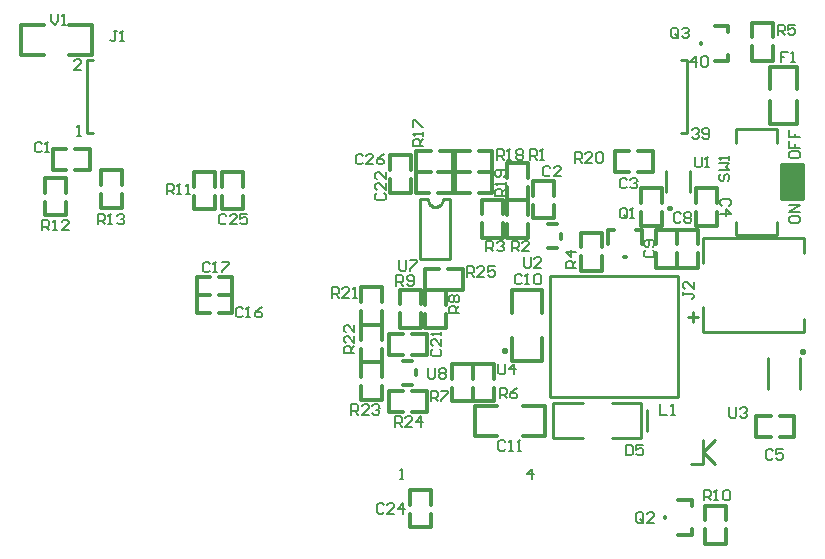
<source format=gto>
*%FSLAX23Y23*%
*%MOIN*%
G01*
%ADD11C,0.000*%
%ADD12C,0.001*%
%ADD13C,0.002*%
%ADD14C,0.006*%
%ADD15C,0.007*%
%ADD16C,0.007*%
%ADD17C,0.008*%
%ADD18C,0.010*%
%ADD19C,0.012*%
%ADD20C,0.015*%
%ADD21C,0.018*%
%ADD22C,0.022*%
%ADD23C,0.024*%
%ADD24C,0.025*%
%ADD25C,0.029*%
%ADD26C,0.031*%
%ADD27C,0.031*%
%ADD28C,0.035*%
%ADD29C,0.035*%
%ADD30C,0.039*%
%ADD31C,0.039*%
%ADD32C,0.046*%
%ADD33C,0.047*%
%ADD34C,0.050*%
%ADD35C,0.051*%
%ADD36C,0.051*%
%ADD37C,0.054*%
%ADD38C,0.055*%
%ADD39C,0.058*%
%ADD40C,0.059*%
%ADD41C,0.059*%
%ADD42C,0.062*%
%ADD43C,0.067*%
%ADD44C,0.070*%
%ADD45C,0.074*%
%ADD46C,0.100*%
%ADD47C,0.108*%
%ADD48C,0.108*%
%ADD49C,0.120*%
%ADD50C,0.128*%
%ADD51C,0.128*%
%ADD52C,0.190*%
%ADD53C,0.194*%
%ADD54C,0.236*%
%ADD55C,0.240*%
%ADD56R,0.011X0.030*%
%ADD57R,0.012X0.030*%
%ADD58R,0.012X0.057*%
%ADD59R,0.014X0.033*%
%ADD60R,0.015X0.034*%
%ADD61R,0.016X0.034*%
%ADD62R,0.016X0.061*%
%ADD63R,0.018X0.037*%
%ADD64R,0.020X0.025*%
%ADD65R,0.021X0.021*%
%ADD66R,0.024X0.029*%
%ADD67R,0.025X0.020*%
%ADD68R,0.029X0.024*%
%ADD69R,0.030X0.011*%
%ADD70R,0.030X0.030*%
%ADD71R,0.031X0.031*%
%ADD72R,0.033X0.014*%
%ADD73R,0.034X0.015*%
%ADD74R,0.034X0.034*%
%ADD75R,0.035X0.035*%
%ADD76R,0.037X0.014*%
%ADD77R,0.037X0.018*%
%ADD78R,0.039X0.055*%
%ADD79R,0.039X0.014*%
%ADD80R,0.040X0.083*%
%ADD81R,0.041X0.018*%
%ADD82R,0.043X0.059*%
%ADD83R,0.043X0.018*%
%ADD84R,0.044X0.087*%
%ADD85R,0.047X0.055*%
%ADD86R,0.050X0.060*%
%ADD87R,0.051X0.071*%
%ADD88R,0.051X0.059*%
%ADD89R,0.054X0.064*%
%ADD90R,0.055X0.039*%
%ADD91R,0.055X0.075*%
%ADD92R,0.057X0.067*%
%ADD93R,0.059X0.043*%
%ADD94R,0.060X0.060*%
%ADD95R,0.061X0.024*%
%ADD96R,0.061X0.051*%
%ADD97R,0.061X0.071*%
%ADD98R,0.063X0.039*%
%ADD99R,0.063X0.126*%
%ADD100R,0.064X0.064*%
%ADD101R,0.065X0.028*%
%ADD102R,0.065X0.055*%
%ADD103R,0.067X0.043*%
%ADD104R,0.067X0.130*%
%ADD105R,0.085X0.030*%
%ADD106R,0.089X0.034*%
%ADD107R,0.094X0.030*%
%ADD108R,0.098X0.070*%
%ADD109R,0.098X0.034*%
%ADD110R,0.102X0.074*%
%ADD111R,0.104X0.104*%
%ADD112R,0.108X0.108*%
%ADD113R,0.134X0.059*%
%ADD114R,0.138X0.039*%
%ADD115R,0.138X0.063*%
%ADD116R,0.142X0.043*%
%ADD117R,0.169X0.169*%
%ADD118R,0.173X0.173*%
%ADD119R,0.250X0.250*%
D14*
X10863Y8638D02*
Y8673D01*
X10846Y8655D01*
X10869D01*
X10881Y8667D02*
X10887Y8673D01*
X10898D01*
X10904Y8667D01*
Y8644D01*
X10898Y8638D01*
X10887D01*
X10881Y8644D01*
Y8667D01*
X10857Y8433D02*
X10851Y8427D01*
X10857Y8433D02*
X10868D01*
X10874Y8427D01*
Y8421D01*
X10875D01*
X10874D02*
X10875D01*
X10874D02*
X10875D01*
X10874D02*
X10868Y8415D01*
X10863D01*
X10868D01*
X10874Y8410D01*
Y8404D01*
X10868Y8398D01*
X10857D01*
X10851Y8404D01*
X10886D02*
X10892Y8398D01*
X10903D01*
X10909Y8404D01*
Y8427D01*
X10903Y8433D01*
X10892D01*
X10886Y8427D01*
Y8421D01*
X10892Y8415D01*
X10909D01*
X8814Y8628D02*
X8791D01*
X8814Y8651D01*
Y8657D01*
X8808Y8663D01*
X8797D01*
X8791Y8657D01*
X8801Y8408D02*
X8813D01*
X8807D01*
Y8443D01*
X8808D01*
X8807D02*
X8801Y8437D01*
X11176Y8135D02*
Y8124D01*
X11182Y8118D01*
X11205D01*
X11211Y8124D01*
Y8135D01*
X11205Y8141D01*
X11182D01*
X11176Y8135D01*
Y8153D02*
X11211D01*
Y8176D02*
X11176Y8153D01*
Y8176D02*
X11211D01*
X11176Y8339D02*
Y8350D01*
Y8339D02*
X11182Y8333D01*
X11205D01*
X11211Y8339D01*
Y8350D01*
X11205Y8356D01*
X11182D01*
X11176Y8350D01*
Y8368D02*
Y8391D01*
Y8368D02*
X11194D01*
Y8380D01*
Y8368D01*
X11211D01*
X11176Y8403D02*
Y8426D01*
Y8403D02*
X11194D01*
Y8415D01*
Y8403D01*
X11211D01*
X9889Y7264D02*
X9877D01*
X9883D02*
X9889D01*
X9883D02*
Y7299D01*
X9884D01*
X9883D02*
X9877Y7293D01*
X10319Y7299D02*
Y7264D01*
X10302Y7281D02*
X10319Y7299D01*
X10325Y7281D02*
X10302D01*
X10689Y7147D02*
Y7124D01*
Y7147D02*
X10683Y7153D01*
X10672D01*
X10666Y7147D01*
Y7124D01*
X10672Y7118D01*
X10683D01*
X10689D02*
X10678Y7130D01*
X10683Y7118D02*
X10689Y7124D01*
X10701Y7118D02*
X10724D01*
X10701D02*
X10724Y7141D01*
Y7147D01*
X10718Y7153D01*
X10707D01*
X10701Y7147D01*
X10891Y7193D02*
Y7228D01*
X10908D01*
X10914Y7222D01*
Y7210D01*
X10908Y7205D01*
X10891D01*
X10903D02*
X10914Y7193D01*
X10926D02*
X10938D01*
X10932D01*
Y7228D01*
X10933D01*
X10932D02*
X10926Y7222D01*
X10955D02*
X10961Y7228D01*
X10973D01*
X10978Y7222D01*
Y7199D01*
X10973Y7193D01*
X10961D01*
X10955Y7199D01*
Y7222D01*
X11114Y7364D02*
X11120Y7358D01*
X11114Y7364D02*
X11103D01*
X11097Y7358D01*
Y7335D01*
X11103Y7329D01*
X11114D01*
X11120Y7335D01*
X11132Y7364D02*
X11155D01*
X11132D02*
Y7346D01*
X11144Y7352D01*
X11149D01*
X11155Y7346D01*
Y7335D01*
X11149Y7329D01*
X11138D01*
X11132Y7335D01*
X10976Y7474D02*
Y7503D01*
Y7474D02*
X10982Y7468D01*
X10993D01*
X10999Y7474D01*
Y7503D01*
X11011Y7497D02*
X11017Y7503D01*
X11028D01*
X11034Y7497D01*
Y7491D01*
X11035D01*
X11034D02*
X11035D01*
X11034D02*
X11035D01*
X11034D02*
X11028Y7485D01*
X11023D01*
X11028D01*
X11034Y7480D01*
Y7474D01*
X11028Y7468D01*
X11017D01*
X11011Y7474D01*
X10822Y7876D02*
Y7887D01*
Y7881D02*
Y7876D01*
Y7881D02*
X10851D01*
X10857Y7876D01*
Y7870D01*
X10851Y7864D01*
X10857Y7899D02*
Y7922D01*
Y7899D02*
X10834Y7922D01*
X10828D01*
X10822Y7916D01*
Y7905D01*
X10828Y7899D01*
X8716Y8790D02*
Y8813D01*
Y8790D02*
X8728Y8778D01*
X8739Y8790D01*
Y8813D01*
X8751Y8778D02*
X8763D01*
X8757D01*
Y8813D01*
X8758D01*
X8757D02*
X8751Y8807D01*
X8686Y8128D02*
Y8093D01*
Y8128D02*
X8703D01*
X8709Y8122D01*
Y8110D01*
X8703Y8105D01*
X8686D01*
X8698D02*
X8709Y8093D01*
X8721D02*
X8733D01*
X8727D01*
Y8128D01*
X8728D01*
X8727D02*
X8721Y8122D01*
X8750Y8093D02*
X8773D01*
X8750D02*
X8773Y8116D01*
Y8122D01*
X8768Y8128D01*
X8756D01*
X8750Y8122D01*
X8684Y8382D02*
X8678Y8388D01*
X8667D01*
X8661Y8382D01*
Y8359D01*
X8667Y8353D01*
X8678D01*
X8684Y8359D01*
X8696Y8353D02*
X8708D01*
X8702D01*
Y8388D01*
X8703D01*
X8702D02*
X8696Y8382D01*
X8923Y8758D02*
X8934D01*
X8928D02*
X8923D01*
X8928D02*
Y8729D01*
X8923Y8723D01*
X8917D01*
X8911Y8729D01*
X8946Y8723D02*
X8958D01*
X8952D01*
Y8758D01*
X8953D01*
X8952D02*
X8946Y8752D01*
X8871Y8148D02*
Y8113D01*
Y8148D02*
X8888D01*
X8894Y8142D01*
Y8130D01*
X8888Y8125D01*
X8871D01*
X8883D02*
X8894Y8113D01*
X8906D02*
X8918D01*
X8912D01*
Y8148D01*
X8913D01*
X8912D02*
X8906Y8142D01*
X8935D02*
X8941Y8148D01*
X8953D01*
X8958Y8142D01*
Y8136D01*
X8959D01*
X8958D02*
X8959D01*
X8958D02*
X8959D01*
X8958D02*
X8953Y8130D01*
X8947D01*
X8953D01*
X8958Y8125D01*
Y8119D01*
X8953Y8113D01*
X8941D01*
X8935Y8119D01*
X9101Y8213D02*
Y8248D01*
X9118D01*
X9124Y8242D01*
Y8230D01*
X9118Y8225D01*
X9101D01*
X9113D02*
X9124Y8213D01*
X9136D02*
X9148D01*
X9142D01*
Y8248D01*
X9143D01*
X9142D02*
X9136Y8242D01*
X9165Y8213D02*
X9177D01*
X9171D01*
Y8248D01*
X9172D01*
X9171D02*
X9165Y8242D01*
X9293Y8148D02*
X9299Y8142D01*
X9293Y8148D02*
X9282D01*
X9276Y8142D01*
Y8119D01*
X9282Y8113D01*
X9293D01*
X9299Y8119D01*
X9311Y8113D02*
X9334D01*
X9311D02*
X9334Y8136D01*
Y8142D01*
X9328Y8148D01*
X9317D01*
X9311Y8142D01*
X9346Y8148D02*
X9369D01*
X9346D02*
Y8130D01*
X9358Y8136D01*
X9363D01*
X9369Y8130D01*
Y8119D01*
X9363Y8113D01*
X9352D01*
X9346Y8119D01*
X10805Y8740D02*
Y8763D01*
X10799Y8769D01*
X10788D01*
X10782Y8763D01*
Y8740D01*
X10788Y8734D01*
X10799D01*
X10805D02*
X10794Y8746D01*
X10799Y8734D02*
X10805Y8740D01*
X10817Y8763D02*
X10823Y8769D01*
X10834D01*
X10840Y8763D01*
Y8757D01*
X10841D01*
X10840D02*
X10841D01*
X10840D02*
X10841D01*
X10840D02*
X10834Y8751D01*
X10829D01*
X10834D01*
X10840Y8746D01*
Y8740D01*
X10834Y8734D01*
X10823D01*
X10817Y8740D01*
X11137Y8744D02*
Y8779D01*
X11154D01*
X11160Y8773D01*
Y8761D01*
X11154Y8756D01*
X11137D01*
X11149D02*
X11160Y8744D01*
X11172Y8779D02*
X11195D01*
X11172D02*
Y8761D01*
X11184Y8767D01*
X11189D01*
X11195Y8761D01*
Y8750D01*
X11189Y8744D01*
X11178D01*
X11172Y8750D01*
X11170Y8689D02*
X11147D01*
Y8671D01*
X11159D01*
X11147D01*
Y8654D01*
X11182D02*
X11194D01*
X11188D01*
Y8689D01*
X11189D01*
X11188D02*
X11182Y8683D01*
X10947Y8281D02*
X10941Y8275D01*
Y8264D01*
X10947Y8258D01*
X10953D01*
X10959Y8264D01*
Y8275D01*
X10964Y8281D01*
X10970D01*
X10976Y8275D01*
Y8264D01*
X10970Y8258D01*
X10976Y8293D02*
X10941D01*
X10964Y8305D02*
X10976Y8293D01*
X10964Y8305D02*
X10976Y8316D01*
X10941D01*
X10976Y8328D02*
Y8340D01*
Y8334D01*
X10941D01*
X10942D01*
X10941D02*
X10947Y8328D01*
X10461Y8318D02*
Y8353D01*
X10478D01*
X10484Y8347D01*
Y8335D01*
X10478Y8330D01*
X10461D01*
X10473D02*
X10484Y8318D01*
X10496D02*
X10519D01*
X10496D02*
X10519Y8341D01*
Y8347D01*
X10513Y8353D01*
X10502D01*
X10496Y8347D01*
X10531D02*
X10537Y8353D01*
X10548D01*
X10554Y8347D01*
Y8324D01*
X10548Y8318D01*
X10537D01*
X10531Y8324D01*
Y8347D01*
X10628Y8268D02*
X10634Y8262D01*
X10628Y8268D02*
X10617D01*
X10611Y8262D01*
Y8239D01*
X10617Y8233D01*
X10628D01*
X10634Y8239D01*
X10646Y8262D02*
X10652Y8268D01*
X10663D01*
X10669Y8262D01*
Y8256D01*
X10670D01*
X10669D02*
X10670D01*
X10669D02*
X10670D01*
X10669D02*
X10663Y8250D01*
X10658D01*
X10663D01*
X10669Y8245D01*
Y8239D01*
X10663Y8233D01*
X10652D01*
X10646Y8239D01*
X10861Y8309D02*
Y8338D01*
Y8309D02*
X10867Y8303D01*
X10878D01*
X10884Y8309D01*
Y8338D01*
X10896Y8303D02*
X10908D01*
X10902D01*
Y8338D01*
X10903D01*
X10902D02*
X10896Y8332D01*
X10981Y8181D02*
X10975Y8175D01*
X10981Y8181D02*
Y8192D01*
X10975Y8198D01*
X10952D01*
X10946Y8192D01*
Y8181D01*
X10952Y8175D01*
X10946Y8146D02*
X10981D01*
X10963Y8163D01*
Y8140D01*
X10814Y8147D02*
X10808Y8153D01*
X10797D01*
X10791Y8147D01*
Y8124D01*
X10797Y8118D01*
X10808D01*
X10814Y8124D01*
X10826Y8147D02*
X10832Y8153D01*
X10843D01*
X10849Y8147D01*
Y8141D01*
X10843Y8135D01*
X10849Y8130D01*
Y8124D01*
X10843Y8118D01*
X10832D01*
X10826Y8124D01*
Y8130D01*
X10832Y8135D01*
X10826Y8141D01*
Y8147D01*
X10832Y8135D02*
X10843D01*
X10697Y8026D02*
X10691Y8020D01*
Y8009D01*
X10697Y8003D01*
X10720D01*
X10726Y8009D01*
Y8020D01*
X10720Y8026D01*
Y8038D02*
X10726Y8044D01*
Y8055D01*
X10720Y8061D01*
X10697D01*
X10691Y8055D01*
Y8044D01*
X10697Y8038D01*
X10703D01*
X10709Y8044D01*
Y8061D01*
X10634Y8139D02*
Y8162D01*
X10628Y8168D01*
X10617D01*
X10611Y8162D01*
Y8139D01*
X10617Y8133D01*
X10628D01*
X10634D02*
X10623Y8145D01*
X10628Y8133D02*
X10634Y8139D01*
X10646Y8133D02*
X10658D01*
X10652D01*
Y8168D01*
X10653D01*
X10652D02*
X10646Y8162D01*
X10466Y7968D02*
X10431D01*
Y7985D01*
X10437Y7991D01*
X10449D01*
X10454Y7985D01*
Y7968D01*
Y7980D02*
X10466Y7991D01*
Y8020D02*
X10431D01*
X10449Y8003D01*
Y8026D01*
X10311Y8328D02*
Y8363D01*
X10328D01*
X10334Y8357D01*
Y8345D01*
X10328Y8340D01*
X10311D01*
X10323D02*
X10334Y8328D01*
X10346D02*
X10358D01*
X10352D01*
Y8363D01*
X10353D01*
X10352D02*
X10346Y8357D01*
X10373Y8308D02*
X10379Y8302D01*
X10373Y8308D02*
X10362D01*
X10356Y8302D01*
Y8279D01*
X10362Y8273D01*
X10373D01*
X10379Y8279D01*
X10391Y8273D02*
X10414D01*
X10391D02*
X10414Y8296D01*
Y8302D01*
X10408Y8308D01*
X10397D01*
X10391Y8302D01*
X10291Y8003D02*
Y7974D01*
X10297Y7968D01*
X10308D01*
X10314Y7974D01*
Y8003D01*
X10326Y7968D02*
X10349D01*
X10326D02*
X10349Y7991D01*
Y7997D01*
X10343Y8003D01*
X10332D01*
X10326Y7997D01*
X10251Y8023D02*
Y8058D01*
X10268D01*
X10274Y8052D01*
Y8040D01*
X10268Y8035D01*
X10251D01*
X10263D02*
X10274Y8023D01*
X10286D02*
X10309D01*
X10286D02*
X10309Y8046D01*
Y8052D01*
X10303Y8058D01*
X10292D01*
X10286Y8052D01*
X10166Y8058D02*
Y8023D01*
Y8058D02*
X10183D01*
X10189Y8052D01*
Y8040D01*
X10183Y8035D01*
X10166D01*
X10178D02*
X10189Y8023D01*
X10201Y8052D02*
X10207Y8058D01*
X10218D01*
X10224Y8052D01*
Y8046D01*
X10225D01*
X10224D02*
X10225D01*
X10224D02*
X10225D01*
X10224D02*
X10218Y8040D01*
X10213D01*
X10218D01*
X10224Y8035D01*
Y8029D01*
X10218Y8023D01*
X10207D01*
X10201Y8029D01*
X10196Y8208D02*
X10231D01*
X10196D02*
Y8225D01*
X10202Y8231D01*
X10214D01*
X10219Y8225D01*
Y8208D01*
Y8220D02*
X10231Y8231D01*
Y8243D02*
Y8255D01*
Y8249D01*
X10196D01*
X10197D01*
X10196D02*
X10202Y8243D01*
X10225Y8272D02*
X10231Y8278D01*
Y8290D01*
X10225Y8295D01*
X10202D01*
X10196Y8290D01*
Y8278D01*
X10202Y8272D01*
X10208D01*
X10214Y8278D01*
Y8295D01*
X10201Y8328D02*
Y8363D01*
X10218D01*
X10224Y8357D01*
Y8345D01*
X10218Y8340D01*
X10201D01*
X10213D02*
X10224Y8328D01*
X10236D02*
X10248D01*
X10242D01*
Y8363D01*
X10243D01*
X10242D02*
X10236Y8357D01*
X10265D02*
X10271Y8363D01*
X10283D01*
X10288Y8357D01*
Y8351D01*
X10283Y8345D01*
X10288Y8340D01*
Y8334D01*
X10283Y8328D01*
X10271D01*
X10265Y8334D01*
Y8340D01*
X10271Y8345D01*
X10265Y8351D01*
Y8357D01*
X10271Y8345D02*
X10283D01*
X9956Y8373D02*
X9921D01*
Y8390D01*
X9927Y8396D01*
X9939D01*
X9944Y8390D01*
Y8373D01*
Y8385D02*
X9956Y8396D01*
Y8408D02*
Y8420D01*
Y8414D01*
X9921D01*
X9922D01*
X9921D02*
X9927Y8408D01*
X9921Y8437D02*
Y8460D01*
X9927D01*
X9950Y8437D01*
X9956D01*
X9802Y8216D02*
X9796Y8210D01*
Y8199D01*
X9802Y8193D01*
X9825D01*
X9831Y8199D01*
Y8210D01*
X9825Y8216D01*
X9831Y8228D02*
Y8251D01*
Y8228D02*
X9808Y8251D01*
X9802D01*
X9796Y8245D01*
Y8234D01*
X9802Y8228D01*
X9831Y8263D02*
Y8286D01*
Y8263D02*
X9808Y8286D01*
X9802D01*
X9796Y8280D01*
Y8269D01*
X9802Y8263D01*
X9754Y8342D02*
X9748Y8348D01*
X9737D01*
X9731Y8342D01*
Y8319D01*
X9737Y8313D01*
X9748D01*
X9754Y8319D01*
X9766Y8313D02*
X9789D01*
X9766D02*
X9789Y8336D01*
Y8342D01*
X9783Y8348D01*
X9772D01*
X9766Y8342D01*
X9813D02*
X9824Y8348D01*
X9813Y8342D02*
X9801Y8330D01*
Y8319D01*
X9807Y8313D01*
X9818D01*
X9824Y8319D01*
Y8325D01*
X9818Y8330D01*
X9801D01*
X9876Y7993D02*
Y7964D01*
X9882Y7958D01*
X9893D01*
X9899Y7964D01*
Y7993D01*
X9911D02*
X9934D01*
Y7987D01*
X9911Y7964D01*
Y7958D01*
X9651Y7903D02*
Y7868D01*
Y7903D02*
X9668D01*
X9674Y7897D01*
Y7885D01*
X9668Y7880D01*
X9651D01*
X9663D02*
X9674Y7868D01*
X9686D02*
X9709D01*
X9686D02*
X9709Y7891D01*
Y7897D01*
X9703Y7903D01*
X9692D01*
X9686Y7897D01*
X9721Y7868D02*
X9733D01*
X9727D01*
Y7903D01*
X9728D01*
X9727D02*
X9721Y7897D01*
X9866Y7908D02*
Y7943D01*
X9883D01*
X9889Y7937D01*
Y7925D01*
X9883Y7920D01*
X9866D01*
X9878D02*
X9889Y7908D01*
X9901Y7914D02*
X9907Y7908D01*
X9918D01*
X9924Y7914D01*
Y7937D01*
X9918Y7943D01*
X9907D01*
X9901Y7937D01*
Y7931D01*
X9907Y7925D01*
X9924D01*
X10101Y7938D02*
Y7973D01*
X10118D01*
X10124Y7967D01*
Y7955D01*
X10118Y7950D01*
X10101D01*
X10113D02*
X10124Y7938D01*
X10136D02*
X10159D01*
X10136D02*
X10159Y7961D01*
Y7967D01*
X10153Y7973D01*
X10142D01*
X10136Y7967D01*
X10171Y7973D02*
X10194D01*
X10171D02*
Y7955D01*
X10183Y7961D01*
X10188D01*
X10194Y7955D01*
Y7944D01*
X10188Y7938D01*
X10177D01*
X10171Y7944D01*
X10076Y7818D02*
X10041D01*
Y7835D01*
X10047Y7841D01*
X10059D01*
X10064Y7835D01*
Y7818D01*
Y7830D02*
X10076Y7841D01*
X10047Y7853D02*
X10041Y7859D01*
Y7870D01*
X10047Y7876D01*
X10053D01*
X10059Y7870D01*
X10064Y7876D01*
X10070D01*
X10076Y7870D01*
Y7859D01*
X10070Y7853D01*
X10064D01*
X10059Y7859D01*
X10053Y7853D01*
X10047D01*
X10059Y7859D02*
Y7870D01*
X9818Y7183D02*
X9824Y7177D01*
X9818Y7183D02*
X9807D01*
X9801Y7177D01*
Y7154D01*
X9807Y7148D01*
X9818D01*
X9824Y7154D01*
X9836Y7148D02*
X9859D01*
X9836D02*
X9859Y7171D01*
Y7177D01*
X9853Y7183D01*
X9842D01*
X9836Y7177D01*
X9888Y7183D02*
Y7148D01*
X9871Y7165D02*
X9888Y7183D01*
X9894Y7165D02*
X9871D01*
X10223Y7393D02*
X10229Y7387D01*
X10223Y7393D02*
X10212D01*
X10206Y7387D01*
Y7364D01*
X10212Y7358D01*
X10223D01*
X10229Y7364D01*
X10241Y7358D02*
X10253D01*
X10247D01*
Y7393D01*
X10248D01*
X10247D02*
X10241Y7387D01*
X10270Y7358D02*
X10282D01*
X10276D01*
Y7393D01*
X10277D01*
X10276D02*
X10270Y7387D01*
X10631Y7378D02*
Y7343D01*
X10648D01*
X10654Y7349D01*
Y7372D01*
X10648Y7378D01*
X10631D01*
X10666D02*
X10689D01*
X10666D02*
Y7360D01*
X10678Y7366D01*
X10683D01*
X10689Y7360D01*
Y7349D01*
X10683Y7343D01*
X10672D01*
X10666Y7349D01*
X10746Y7478D02*
Y7513D01*
Y7478D02*
X10769D01*
X10781D02*
X10793D01*
X10787D01*
Y7513D01*
X10788D01*
X10787D02*
X10781Y7507D01*
X10284Y7942D02*
X10278Y7948D01*
X10267D01*
X10261Y7942D01*
Y7919D01*
X10267Y7913D01*
X10278D01*
X10284Y7919D01*
X10296Y7913D02*
X10308D01*
X10302D01*
Y7948D01*
X10303D01*
X10302D02*
X10296Y7942D01*
X10325D02*
X10331Y7948D01*
X10343D01*
X10348Y7942D01*
Y7919D01*
X10343Y7913D01*
X10331D01*
X10325Y7919D01*
Y7942D01*
X10206Y7648D02*
Y7619D01*
X10212Y7613D01*
X10223D01*
X10229Y7619D01*
Y7648D01*
X10258D02*
Y7613D01*
X10241Y7630D02*
X10258Y7648D01*
X10264Y7630D02*
X10241D01*
X10211Y7568D02*
Y7533D01*
Y7568D02*
X10228D01*
X10234Y7562D01*
Y7550D01*
X10228Y7545D01*
X10211D01*
X10223D02*
X10234Y7533D01*
X10258Y7562D02*
X10269Y7568D01*
X10258Y7562D02*
X10246Y7550D01*
Y7539D01*
X10252Y7533D01*
X10263D01*
X10269Y7539D01*
Y7545D01*
X10263Y7550D01*
X10246D01*
X9981Y7558D02*
Y7523D01*
Y7558D02*
X9998D01*
X10004Y7552D01*
Y7540D01*
X9998Y7535D01*
X9981D01*
X9993D02*
X10004Y7523D01*
X10016Y7558D02*
X10039D01*
Y7552D01*
X10016Y7529D01*
Y7523D01*
X9861Y7473D02*
Y7438D01*
Y7473D02*
X9878D01*
X9884Y7467D01*
Y7455D01*
X9878Y7450D01*
X9861D01*
X9873D02*
X9884Y7438D01*
X9896D02*
X9919D01*
X9896D02*
X9919Y7461D01*
Y7467D01*
X9913Y7473D01*
X9902D01*
X9896Y7467D01*
X9948Y7473D02*
Y7438D01*
X9931Y7455D02*
X9948Y7473D01*
X9954Y7455D02*
X9931D01*
X9972Y7605D02*
Y7634D01*
Y7605D02*
X9978Y7599D01*
X9989D01*
X9995Y7605D01*
Y7634D01*
X10007Y7628D02*
X10013Y7634D01*
X10024D01*
X10030Y7628D01*
Y7622D01*
X10024Y7616D01*
X10030Y7611D01*
Y7605D01*
X10024Y7599D01*
X10013D01*
X10007Y7605D01*
Y7611D01*
X10013Y7616D01*
X10007Y7622D01*
Y7628D01*
X10013Y7616D02*
X10024D01*
X9981Y7690D02*
X9987Y7696D01*
X9981Y7690D02*
Y7679D01*
X9987Y7673D01*
X10010D01*
X10016Y7679D01*
Y7690D01*
X10010Y7696D01*
X10016Y7708D02*
Y7731D01*
Y7708D02*
X9993Y7731D01*
X9987D01*
X9981Y7725D01*
Y7714D01*
X9987Y7708D01*
X10016Y7743D02*
Y7755D01*
Y7749D01*
X9981D01*
X9982D01*
X9981D02*
X9987Y7743D01*
X9726Y7683D02*
X9691D01*
Y7700D01*
X9697Y7706D01*
X9709D01*
X9714Y7700D01*
Y7683D01*
Y7695D02*
X9726Y7706D01*
Y7718D02*
Y7741D01*
Y7718D02*
X9703Y7741D01*
X9697D01*
X9691Y7735D01*
Y7724D01*
X9697Y7718D01*
X9726Y7753D02*
Y7776D01*
Y7753D02*
X9703Y7776D01*
X9697D01*
X9691Y7770D01*
Y7759D01*
X9697Y7753D01*
X9716Y7513D02*
Y7478D01*
Y7513D02*
X9733D01*
X9739Y7507D01*
Y7495D01*
X9733Y7490D01*
X9716D01*
X9728D02*
X9739Y7478D01*
X9751D02*
X9774D01*
X9751D02*
X9774Y7501D01*
Y7507D01*
X9768Y7513D01*
X9757D01*
X9751Y7507D01*
X9786D02*
X9792Y7513D01*
X9803D01*
X9809Y7507D01*
Y7501D01*
X9810D01*
X9809D02*
X9810D01*
X9809D02*
X9810D01*
X9809D02*
X9803Y7495D01*
X9798D01*
X9803D01*
X9809Y7490D01*
Y7484D01*
X9803Y7478D01*
X9792D01*
X9786Y7484D01*
X9244Y7982D02*
X9238Y7988D01*
X9227D01*
X9221Y7982D01*
Y7959D01*
X9227Y7953D01*
X9238D01*
X9244Y7959D01*
X9256Y7953D02*
X9268D01*
X9262D01*
Y7988D01*
X9263D01*
X9262D02*
X9256Y7982D01*
X9285Y7988D02*
X9308D01*
Y7982D01*
X9285Y7959D01*
Y7953D01*
X9348Y7838D02*
X9354Y7832D01*
X9348Y7838D02*
X9337D01*
X9331Y7832D01*
Y7809D01*
X9337Y7803D01*
X9348D01*
X9354Y7809D01*
X9366Y7803D02*
X9378D01*
X9372D01*
Y7838D01*
X9373D01*
X9372D02*
X9366Y7832D01*
X9407D02*
X9418Y7838D01*
X9407Y7832D02*
X9395Y7820D01*
Y7809D01*
X9401Y7803D01*
X9413D01*
X9418Y7809D01*
Y7815D01*
X9413Y7820D01*
X9395D01*
D18*
X10771Y8163D02*
Y8172D01*
X10780D01*
Y8163D01*
X10771D01*
X10222Y7697D02*
Y7689D01*
Y7697D02*
X10230D01*
Y7689D01*
X10222D01*
X10837Y7804D02*
X10870D01*
X10854Y7821D02*
Y7787D01*
X10887Y7354D02*
X10927Y7314D01*
X10887Y7354D02*
X10927Y7394D01*
X10887D02*
Y7314D01*
X10847D01*
X11224Y7685D02*
Y7693D01*
Y7685D02*
X11216D01*
Y7693D01*
X11224D01*
X11106Y7668D02*
Y7563D01*
X11211D02*
Y7668D01*
X11223Y8019D02*
Y8069D01*
Y7799D02*
Y7754D01*
X10888D02*
Y7839D01*
Y7984D02*
Y8069D01*
Y7754D02*
X11223D01*
Y8069D02*
X10888D01*
X8836Y8416D02*
Y8661D01*
X10836D02*
Y8416D01*
X8856D02*
X8836D01*
Y8661D02*
X8856D01*
X10816D02*
X10836D01*
Y8416D02*
X10816D01*
X11173Y8311D02*
Y8199D01*
X11212Y8200D02*
Y8311D01*
X11204D02*
Y8199D01*
X11198D02*
Y8310D01*
X11190D02*
Y8201D01*
X11182D02*
Y8311D01*
X11165D02*
Y8199D01*
X11157Y8196D02*
Y8311D01*
X11149Y8314D02*
Y8196D01*
X11222D02*
Y8314D01*
X11135Y8385D02*
Y8432D01*
Y8122D02*
Y8078D01*
X10997Y8384D02*
Y8432D01*
Y8122D02*
Y8078D01*
X11204Y8311D02*
X11212D01*
X11204Y8199D02*
X11198D01*
Y8310D02*
X11190D01*
Y8201D02*
X11182D01*
Y8311D02*
X11173D01*
Y8199D02*
X11165D01*
Y8311D02*
X11157D01*
Y8196D02*
X11149D01*
Y8314D02*
X11222D01*
Y8196D02*
X11149D01*
X11135Y8432D02*
X10997D01*
Y8078D02*
X11135D01*
X10844Y8220D02*
Y8291D01*
X10766D02*
Y8220D01*
X10021Y8196D02*
X10021Y8193D01*
X10020Y8190D01*
X10019Y8187D01*
X10018Y8184D01*
X10016Y8181D01*
X10014Y8179D01*
X10011Y8177D01*
X10008Y8175D01*
X10006Y8173D01*
X10002Y8172D01*
X9999Y8172D01*
X9996Y8171D01*
X9993Y8172D01*
X9989Y8172D01*
X9986Y8173D01*
X9983Y8175D01*
X9981Y8177D01*
X9978Y8179D01*
X9976Y8181D01*
X9974Y8184D01*
X9973Y8187D01*
X9972Y8190D01*
X9971Y8193D01*
X9971Y8196D01*
X10046D02*
Y7996D01*
X9946D02*
Y8196D01*
X9971D01*
X10021D02*
X10046D01*
Y7996D02*
X9946D01*
X10702Y7494D02*
Y7424D01*
X10682Y7402D02*
Y7516D01*
X10387D02*
Y7402D01*
X10584Y7516D02*
X10682D01*
Y7402D02*
X10583D01*
X10488D02*
X10387D01*
Y7516D02*
X10488D01*
X10377Y7539D02*
Y7941D01*
X10806D02*
Y7539D01*
Y7941D02*
X10377D01*
Y7539D02*
X10806D01*
D19*
X10851Y7098D02*
Y7078D01*
X10761Y7133D02*
Y7138D01*
X10851Y7173D02*
Y7193D01*
Y7078D02*
X10806D01*
Y7193D02*
X10851D01*
X10966Y7173D02*
Y7128D01*
X10896D02*
Y7173D01*
Y7098D02*
Y7048D01*
X10966D02*
Y7098D01*
Y7173D02*
X10896D01*
Y7048D02*
X10966D01*
X11066Y7403D02*
Y7473D01*
X11191D02*
Y7403D01*
X11116D02*
X11066D01*
Y7473D02*
X11116D01*
X11146D02*
X11191D01*
Y7403D02*
X11146D01*
X8851Y8678D02*
Y8778D01*
X8616D02*
Y8678D01*
X8776Y8778D02*
X8851D01*
Y8678D02*
X8776D01*
X8691D02*
X8616D01*
Y8778D02*
X8691D01*
X8696Y8188D02*
Y8143D01*
X8766D02*
Y8188D01*
Y8218D02*
Y8268D01*
X8696D02*
Y8218D01*
Y8143D02*
X8766D01*
Y8268D02*
X8696D01*
X8721Y8293D02*
Y8363D01*
X8846D02*
Y8293D01*
X8766Y8363D02*
X8721D01*
Y8293D02*
X8766D01*
X8796D02*
X8846D01*
Y8363D02*
X8796D01*
X8881Y8213D02*
Y8168D01*
X8951D02*
Y8213D01*
Y8243D02*
Y8293D01*
X8881D02*
Y8243D01*
Y8168D02*
X8951D01*
Y8293D02*
X8881D01*
X9191Y8208D02*
Y8163D01*
X9261D02*
Y8208D01*
Y8238D02*
Y8288D01*
X9191D02*
Y8238D01*
Y8163D02*
X9261D01*
Y8288D02*
X9191D01*
X9286Y8208D02*
Y8163D01*
X9356D02*
Y8208D01*
Y8238D02*
Y8288D01*
X9286D02*
Y8238D01*
Y8163D02*
X9356D01*
Y8288D02*
X9286D01*
X10972Y8754D02*
Y8774D01*
X10882Y8719D02*
Y8714D01*
X10972Y8679D02*
Y8659D01*
Y8774D02*
X10927D01*
Y8659D02*
X10972D01*
X11122Y8739D02*
Y8784D01*
X11052D02*
Y8739D01*
Y8709D02*
Y8659D01*
X11122D02*
Y8709D01*
Y8784D02*
X11052D01*
Y8659D02*
X11122D01*
X11112Y8524D02*
Y8449D01*
X11202D02*
Y8524D01*
Y8564D02*
Y8639D01*
X11112D02*
Y8564D01*
Y8449D02*
X11202D01*
Y8639D02*
X11112D01*
X10596Y8358D02*
Y8288D01*
X10721D02*
Y8358D01*
X10641D02*
X10596D01*
Y8288D02*
X10641D01*
X10671D02*
X10721D01*
Y8358D02*
X10671D01*
X10681Y8153D02*
Y8108D01*
X10751D02*
Y8153D01*
Y8183D02*
Y8233D01*
X10681D02*
Y8183D01*
Y8108D02*
X10751D01*
Y8233D02*
X10681D01*
X10866Y8153D02*
Y8108D01*
X10936D02*
Y8153D01*
Y8183D02*
Y8233D01*
X10866D02*
Y8183D01*
Y8108D02*
X10936D01*
Y8233D02*
X10866D01*
X10871Y8093D02*
Y8048D01*
X10801D02*
Y8093D01*
Y8018D02*
Y7968D01*
X10871D02*
Y8018D01*
Y8093D02*
X10801D01*
Y7968D02*
X10871D01*
X10801Y8048D02*
Y8093D01*
X10731D02*
Y8048D01*
Y8018D02*
Y7968D01*
X10801D02*
Y8018D01*
Y8093D02*
X10731D01*
Y7968D02*
X10801D01*
X10686Y8048D02*
Y8093D01*
X10571D02*
Y8048D01*
X10666Y8093D02*
X10686D01*
X10631Y8003D02*
X10626D01*
X10591Y8093D02*
X10571D01*
X10551Y8083D02*
Y8038D01*
X10481D02*
Y8083D01*
Y8008D02*
Y7958D01*
X10551D02*
Y8008D01*
Y8083D02*
X10481D01*
Y7958D02*
X10551D01*
X10236Y8193D02*
Y8238D01*
X10306D02*
Y8193D01*
Y8268D02*
Y8318D01*
X10236D02*
Y8268D01*
Y8193D02*
X10306D01*
Y8318D02*
X10236D01*
X10321Y8178D02*
Y8133D01*
X10391D02*
Y8178D01*
Y8208D02*
Y8258D01*
X10321D02*
Y8208D01*
Y8133D02*
X10391D01*
Y8258D02*
X10321D01*
X10415Y8080D02*
Y8065D01*
X10401Y8033D02*
X10371D01*
Y8113D02*
X10401D01*
X10236D02*
Y8068D01*
X10306D02*
Y8113D01*
Y8143D02*
Y8193D01*
X10236D02*
Y8143D01*
Y8068D02*
X10306D01*
Y8193D02*
X10236D01*
X10221D02*
Y8148D01*
X10151D02*
Y8193D01*
Y8118D02*
Y8068D01*
X10221D02*
Y8118D01*
Y8193D02*
X10151D01*
Y8068D02*
X10221D01*
X10186Y8218D02*
Y8288D01*
X10061D02*
Y8218D01*
X10141D02*
X10186D01*
Y8288D02*
X10141D01*
X10111D02*
X10061D01*
Y8218D02*
X10111D01*
X10186Y8288D02*
Y8358D01*
X10061D02*
Y8288D01*
X10141D02*
X10186D01*
Y8358D02*
X10141D01*
X10111D02*
X10061D01*
Y8288D02*
X10111D01*
X10056D02*
Y8358D01*
X9931D02*
Y8288D01*
X10011D02*
X10056D01*
Y8358D02*
X10011D01*
X9981D02*
X9931D01*
Y8288D02*
X9981D01*
X9931D02*
Y8218D01*
X10056D02*
Y8288D01*
X9976D02*
X9931D01*
Y8218D02*
X9976D01*
X10006D02*
X10056D01*
Y8288D02*
X10006D01*
X9846Y8263D02*
Y8218D01*
X9916D02*
Y8263D01*
Y8293D02*
Y8343D01*
X9846D02*
Y8293D01*
Y8218D02*
X9916D01*
Y8343D02*
X9846D01*
X9747Y7824D02*
Y7779D01*
X9817D02*
Y7824D01*
Y7854D02*
Y7904D01*
X9747D02*
Y7854D01*
Y7779D02*
X9817D01*
Y7904D02*
X9747D01*
X9947Y7894D02*
Y7849D01*
X9877D02*
Y7894D01*
Y7819D02*
Y7769D01*
X9947D02*
Y7819D01*
Y7894D02*
X9877D01*
Y7769D02*
X9947D01*
X9962Y7894D02*
Y7964D01*
X10087D02*
Y7894D01*
X10007Y7964D02*
X9962D01*
Y7894D02*
X10007D01*
X10037D02*
X10087D01*
Y7964D02*
X10037D01*
X9962Y7814D02*
Y7769D01*
X10032D02*
Y7814D01*
Y7844D02*
Y7894D01*
X9962D02*
Y7844D01*
Y7769D02*
X10032D01*
Y7894D02*
X9962D01*
X9911Y7228D02*
Y7178D01*
X9981D02*
Y7228D01*
Y7148D02*
Y7103D01*
X9911D02*
Y7148D01*
Y7228D02*
X9981D01*
Y7103D02*
X9911D01*
X10362Y7409D02*
Y7509D01*
X10127D02*
Y7409D01*
X10287D02*
X10362D01*
Y7509D02*
X10287D01*
X10202D02*
X10127D01*
Y7409D02*
X10202D01*
X10252Y7659D02*
Y7734D01*
X10352D02*
Y7659D01*
Y7819D02*
Y7894D01*
X10252D02*
Y7819D01*
Y7659D02*
X10352D01*
Y7894D02*
X10252D01*
X10122Y7569D02*
Y7524D01*
X10192D02*
Y7569D01*
Y7599D02*
Y7649D01*
X10122D02*
Y7599D01*
Y7524D02*
X10192D01*
Y7649D02*
X10122D01*
X10052Y7569D02*
Y7524D01*
X10122D02*
Y7569D01*
Y7599D02*
Y7649D01*
X10052D02*
Y7599D01*
Y7524D02*
X10122D01*
Y7649D02*
X10052D01*
X9842Y7559D02*
Y7489D01*
X9967D02*
Y7559D01*
X9887D02*
X9842D01*
Y7489D02*
X9887D01*
X9917D02*
X9967D01*
Y7559D02*
X9917D01*
X9931Y7611D02*
Y7626D01*
X9917Y7579D02*
X9887D01*
Y7659D02*
X9917D01*
X9842Y7679D02*
Y7749D01*
X9967D02*
Y7679D01*
X9887Y7749D02*
X9842D01*
Y7679D02*
X9887D01*
X9917D02*
X9967D01*
Y7749D02*
X9917D01*
X9747Y7699D02*
Y7654D01*
X9817D02*
Y7699D01*
Y7729D02*
Y7779D01*
X9747D02*
Y7729D01*
Y7654D02*
X9817D01*
Y7779D02*
X9747D01*
Y7574D02*
Y7529D01*
X9817D02*
Y7574D01*
Y7604D02*
Y7654D01*
X9747D02*
Y7604D01*
Y7529D02*
X9817D01*
Y7654D02*
X9747D01*
X9318Y7878D02*
Y7938D01*
X9201D02*
Y7878D01*
X9276Y7938D02*
X9318D01*
Y7878D02*
X9276D01*
X9246D02*
X9201D01*
Y7938D02*
X9246D01*
X9318Y7878D02*
Y7818D01*
X9201D02*
Y7878D01*
X9276D02*
X9318D01*
Y7818D02*
X9276D01*
X9246D02*
X9201D01*
Y7878D02*
X9246D01*
D02*
M02*

</source>
